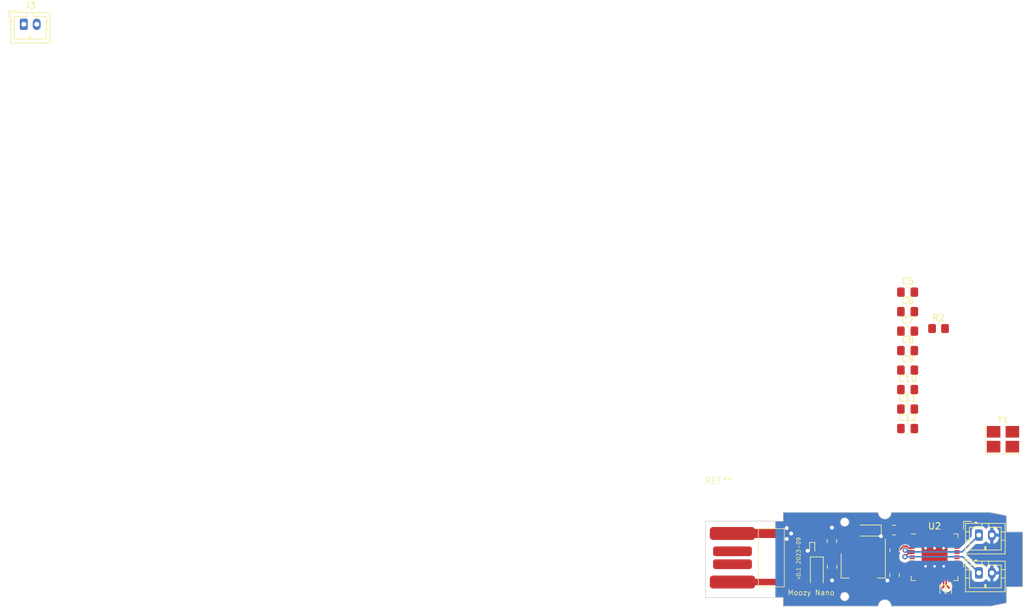
<source format=kicad_pcb>
(kicad_pcb (version 20221018) (generator pcbnew)
  (layers (0 "F.Cu" signal) (31 "B.Cu" signal) (34 "B.Paste" user) (35 "F.Paste" user) (36 "B.SilkS" user "B.Silkscreen") (37 "F.SilkS" user "F.Silkscreen") (38 "B.Mask" user) (39 "F.Mask" user) (44 "Edge.Cuts" user))
  (net 0 "")
  (net 1 "GND")
  (net 2 "Net-(J1-Pin_1)")
  (net 3 "Net-(D2-A1)")
  (net 5 "+3.3V")
  (net 6 "Net-(U2-XTAL_N)")
  (net 7 "Net-(U2-CHIP_PU{slash}RESET)")
  (net 8 "Net-(J2-Pin_1)")
  (net 24 "Net-(J3-Pin_1)")
  (net 25 "/Vusb")
  (net 45 "VBUS")
  (net 46 "Net-(C12-Pad2)")
  (net 47 "Net-(U2-XTAL_P)")
  (net 54 "Net-(D3-A1)")
  (footprint "Capacitor_SMD:C_0805_2012Metric_Pad1.18x1.45mm_HandSolder" (layer "F.Cu") (at 138.989 61.66)
    (fp_text reference "C11" (at 0 -1.68) (layer "F.SilkS"))
    (fp_text value "9pF")
    (fp_line (start -0.261252 -0.735) (end 0.261252 -0.735) (stroke (width 0.12)) (layer "F.SilkS"))
    (fp_line (start -0.261252 0.735) (end 0.261252 0.735) (stroke (width 0.12)) (layer "F.SilkS"))
    (pad "1" smd roundrect (at -1.0375 0) (size 1.175 1.45) (layers "F.Cu" "F.Paste" "F.Mask") (roundrect_rratio 0.212766) (net 1 "GND"))
    (pad "2" smd roundrect (at 1.0375 0) (size 1.175 1.45) (layers "F.Cu" "F.Paste" "F.Mask") (roundrect_rratio 0.212766) (net 6 "Net-(U2-XTAL_N)"))
  )
  (footprint "Capacitor_SMD:C_0805_2012Metric_Pad1.18x1.45mm_HandSolder" (layer "F.Cu") (at 136.97885 87.3112 90)
    (fp_text reference "C4" hide)
    (fp_text value "1uF")
    (fp_line (start -0.261252 -0.735) (end 0.261252 -0.735) (stroke (width 0.12)) (layer "F.SilkS"))
    (fp_line (start -0.261252 0.735) (end 0.261252 0.735) (stroke (width 0.12)) (layer "F.SilkS"))
    (pad "1" smd roundrect (at -1.0375 0 90) (size 1.175 1.45) (layers "F.Cu" "F.Paste" "F.Mask") (roundrect_rratio 0.2127659574) (net 1 "GND"))
    (pad "2" smd roundrect (at 1.0375 0 90) (size 1.175 1.45) (layers "F.Cu" "F.Paste" "F.Mask") (roundrect_rratio 0.2127659574) (net 7 "Net-(U2-CHIP_PU{slash}RESET)"))
  )
  (footprint "Capacitor_SMD:C_0805_2012Metric_Pad1.18x1.45mm_HandSolder" (layer "F.Cu") (at 127.32685 86.0158 -90)
    (fp_text reference "C1" hide)
    (fp_text value "10uF" hide)
    (fp_line (start -0.261252 -0.735) (end 0.261252 -0.735) (stroke (width 0.12)) (layer "F.SilkS"))
    (fp_line (start -0.261252 0.735) (end 0.261252 0.735) (stroke (width 0.12)) (layer "F.SilkS"))
    (pad "1" smd roundrect (at -1.0375 0 270) (size 1.175 1.45) (layers "F.Cu" "F.Paste" "F.Mask") (roundrect_rratio 0.2127659574) (net 45 "VBUS"))
    (pad "2" smd roundrect (at 1.0375 0 270) (size 1.175 1.45) (layers "F.Cu" "F.Paste" "F.Mask") (roundrect_rratio 0.2127659574) (net 1 "GND"))
  )
  (footprint "Capacitor_SMD:C_0805_2012Metric_Pad1.18x1.45mm_HandSolder" (layer "F.Cu") (at 136.90265 80.3516)
    (fp_text reference "C3" hide)
    (fp_text value "10uF" hide)
    (fp_line (start -0.261252 -0.735) (end 0.261252 -0.735) (stroke (width 0.12)) (layer "F.SilkS"))
    (fp_line (start -0.261252 0.735) (end 0.261252 0.735) (stroke (width 0.12)) (layer "F.SilkS"))
    (pad "1" smd roundrect (at -1.0375 0) (size 1.175 1.45) (layers "F.Cu" "F.Paste" "F.Mask") (roundrect_rratio 0.2127659574) (net 1 "GND"))
    (pad "2" smd roundrect (at 1.0375 0) (size 1.175 1.45) (layers "F.Cu" "F.Paste" "F.Mask") (roundrect_rratio 0.2127659574) (net 5 "+3.3V"))
  )
  (footprint "Package_DFN_QFN:QFN-56-1EP_7x7mm_P0.4mm_EP4x4mm" (layer "F.Cu") (at 143.15705 84.5426)
    (fp_text reference "U2" (at 0 -4.8) (layer "F.SilkS"))
    (fp_text value "ESP32-S3")
    (fp_line (start -3.61 3.61) (end -3.61 2.96) (stroke (width 0.12)) (layer "F.SilkS"))
    (fp_line (start -2.96 -3.61) (end -3.61 -3.61) (stroke (width 0.12)) (layer "F.SilkS"))
    (fp_line (start -2.96 3.61) (end -3.61 3.61) (stroke (width 0.12)) (layer "F.SilkS"))
    (fp_line (start 2.96 -3.61) (end 3.61 -3.61) (stroke (width 0.12)) (layer "F.SilkS"))
    (fp_line (start 2.96 3.61) (end 3.61 3.61) (stroke (width 0.12)) (layer "F.SilkS"))
    (fp_line (start 3.61 -3.61) (end 3.61 -2.96) (stroke (width 0.12)) (layer "F.SilkS"))
    (fp_line (start 3.61 3.61) (end 3.61 2.96) (stroke (width 0.12)) (layer "F.SilkS"))
    (pad "1" smd roundrect (at -3.45 -2.6) (size 0.8 0.2) (layers "F.Cu" "F.Paste" "F.Mask"))
    (pad "2" smd roundrect (at -3.45 -2.2) (size 0.8 0.2) (layers "F.Cu" "F.Paste" "F.Mask") (net 5 "+3.3V"))
    (pad "3" smd roundrect (at -3.45 -1.8) (size 0.8 0.2) (layers "F.Cu" "F.Paste" "F.Mask") (net 5 "+3.3V"))
    (pad "4" smd roundrect (at -3.45 -1.4) (size 0.8 0.2) (layers "F.Cu" "F.Paste" "F.Mask") (net 7 "Net-(U2-CHIP_PU{slash}RESET)"))
    (pad "5" smd roundrect (at -3.45 -1) (size 0.8 0.2) (layers "F.Cu" "F.Paste" "F.Mask") (net 2 "Net-(J1-Pin_1)"))
    (pad "6" smd roundrect (at -3.45 -0.6) (size 0.8 0.2) (layers "F.Cu" "F.Paste" "F.Mask") (net 8 "Net-(J2-Pin_1)"))
    (pad "7" smd roundrect (at -3.45 -0.2) (size 0.8 0.2) (layers "F.Cu" "F.Paste" "F.Mask") (net 24 "Net-(J3-Pin_1)"))
    (pad "8" smd roundrect (at -3.45 0.2) (size 0.8 0.2) (layers "F.Cu" "F.Paste" "F.Mask"))
    (pad "9" smd roundrect (at -3.45 0.6) (size 0.8 0.2) (layers "F.Cu" "F.Paste" "F.Mask"))
    (pad "10" smd roundrect (at -3.45 1) (size 0.8 0.2) (layers "F.Cu" "F.Paste" "F.Mask"))
    (pad "11" smd roundrect (at -3.45 1.4) (size 0.8 0.2) (layers "F.Cu" "F.Paste" "F.Mask"))
    (pad "12" smd roundrect (at -3.45 1.8) (size 0.8 0.2) (layers "F.Cu" "F.Paste" "F.Mask"))
    (pad "13" smd roundrect (at -3.45 2.2) (size 0.8 0.2) (layers "F.Cu" "F.Paste" "F.Mask"))
    (pad "14" smd roundrect (at -3.45 2.6) (size 0.8 0.2) (layers "F.Cu" "F.Paste" "F.Mask"))
    (pad "15" smd roundrect (at -2.6 3.45) (size 0.2 0.8) (layers "F.Cu" "F.Paste" "F.Mask"))
    (pad "16" smd roundrect (at -2.2 3.45) (size 0.2 0.8) (layers "F.Cu" "F.Paste" "F.Mask"))
    (pad "17" smd roundrect (at -1.8 3.45) (size 0.2 0.8) (layers "F.Cu" "F.Paste" "F.Mask"))
    (pad "18" smd roundrect (at -1.4 3.45) (size 0.2 0.8) (layers "F.Cu" "F.Paste" "F.Mask"))
    (pad "19" smd roundrect (at -1 3.45) (size 0.2 0.8) (layers "F.Cu" "F.Paste" "F.Mask"))
    (pad "20" smd roundrect (at -0.6 3.45) (size 0.2 0.8) (layers "F.Cu" "F.Paste" "F.Mask") (net 5 "+3.3V"))
    (pad "21" smd roundrect (at -0.2 3.45) (size 0.2 0.8) (layers "F.Cu" "F.Paste" "F.Mask"))
    (pad "22" smd roundrect (at 0.2 3.45) (size 0.2 0.8) (layers "F.Cu" "F.Paste" "F.Mask"))
    (pad "23" smd roundrect (at 0.6 3.45) (size 0.2 0.8) (layers "F.Cu" "F.Paste" "F.Mask"))
    (pad "24" smd roundrect (at 1 3.45) (size 0.2 0.8) (layers "F.Cu" "F.Paste" "F.Mask"))
    (pad "25" smd roundrect (at 1.4 3.45) (size 0.2 0.8) (layers "F.Cu" "F.Paste" "F.Mask") (net 3 "Net-(D2-A1)"))
    (pad "26" smd roundrect (at 1.8 3.45) (size 0.2 0.8) (layers "F.Cu" "F.Paste" "F.Mask") (net 54 "Net-(D3-A1)"))
    (pad "27" smd roundrect (at 2.2 3.45) (size 0.2 0.8) (layers "F.Cu" "F.Paste" "F.Mask"))
    (pad "28" smd roundrect (at 2.6 3.45) (size 0.2 0.8) (layers "F.Cu" "F.Paste" "F.Mask"))
    (pad "29" smd roundrect (at 3.45 2.6) (size 0.8 0.2) (layers "F.Cu" "F.Paste" "F.Mask"))
    (pad "30" smd roundrect (at 3.45 2.2) (size 0.8 0.2) (layers "F.Cu" "F.Paste" "F.Mask"))
    (pad "31" smd roundrect (at 3.45 1.8) (size 0.8 0.2) (layers "F.Cu" "F.Paste" "F.Mask"))
    (pad "32" smd roundrect (at 3.45 1.4) (size 0.8 0.2) (layers "F.Cu" "F.Paste" "F.Mask"))
    (pad "33" smd roundrect (at 3.45 1) (size 0.8 0.2) (layers "F.Cu" "F.Paste" "F.Mask"))
    (pad "34" smd roundrect (at 3.45 0.6) (size 0.8 0.2) (layers "F.Cu" "F.Paste" "F.Mask"))
    (pad "35" smd roundrect (at 3.45 0.2) (size 0.8 0.2) (layers "F.Cu" "F.Paste" "F.Mask"))
    (pad "36" smd roundrect (at 3.45 -0.2) (size 0.8 0.2) (layers "F.Cu" "F.Paste" "F.Mask"))
    (pad "37" smd roundrect (at 3.45 -0.6) (size 0.8 0.2) (layers "F.Cu" "F.Paste" "F.Mask"))
    (pad "38" smd roundrect (at 3.45 -1) (size 0.8 0.2) (layers "F.Cu" "F.Paste" "F.Mask"))
    (pad "39" smd roundrect (at 3.45 -1.4) (size 0.8 0.2) (layers "F.Cu" "F.Paste" "F.Mask"))
    (pad "40" smd roundrect (at 3.45 -1.8) (size 0.8 0.2) (layers "F.Cu" "F.Paste" "F.Mask"))
    (pad "41" smd roundrect (at 3.45 -2.2) (size 0.8 0.2) (layers "F.Cu" "F.Paste" "F.Mask"))
    (pad "42" smd roundrect (at 3.45 -2.6) (size 0.8 0.2) (layers "F.Cu" "F.Paste" "F.Mask"))
    (pad "43" smd roundrect (at 2.6 -3.45) (size 0.2 0.8) (layers "F.Cu" "F.Paste" "F.Mask"))
    (pad "44" smd roundrect (at 2.2 -3.45) (size 0.2 0.8) (layers "F.Cu" "F.Paste" "F.Mask"))
    (pad "45" smd roundrect (at 1.8 -3.45) (size 0.2 0.8) (layers "F.Cu" "F.Paste" "F.Mask"))
    (pad "46" smd roundrect (at 1.4 -3.45) (size 0.2 0.8) (layers "F.Cu" "F.Paste" "F.Mask") (net 5 "+3.3V"))
    (pad "47" smd roundrect (at 1 -3.45) (size 0.2 0.8) (layers "F.Cu" "F.Paste" "F.Mask"))
    (pad "48" smd roundrect (at 0.6 -3.45) (size 0.2 0.8) (layers "F.Cu" "F.Paste" "F.Mask"))
    (pad "49" smd roundrect (at 0.2 -3.45) (size 0.2 0.8) (layers "F.Cu" "F.Paste" "F.Mask"))
    (pad "50" smd roundrect (at -0.2 -3.45) (size 0.2 0.8) (layers "F.Cu" "F.Paste" "F.Mask"))
    (pad "51" smd roundrect (at -0.6 -3.45) (size 0.2 0.8) (layers "F.Cu" "F.Paste" "F.Mask"))
    (pad "52" smd roundrect (at -1 -3.45) (size 0.2 0.8) (layers "F.Cu" "F.Paste" "F.Mask"))
    (pad "53" smd roundrect (at -1.4 -3.45) (size 0.2 0.8) (layers "F.Cu" "F.Paste" "F.Mask") (net 6 "Net-(U2-XTAL_N)"))
    (pad "54" smd roundrect (at -1.8 -3.45) (size 0.2 0.8) (layers "F.Cu" "F.Paste" "F.Mask") (net 47 "Net-(U2-XTAL_P)"))
    (pad "55" smd roundrect (at -2.2 -3.45) (size 0.2 0.8) (layers "F.Cu" "F.Paste" "F.Mask") (net 5 "+3.3V"))
    (pad "56" smd roundrect (at -2.6 -3.45) (size 0.2 0.8) (layers "F.Cu" "F.Paste" "F.Mask") (net 5 "+3.3V"))
    (pad "57" smd rect (at 0 0) (size 4 4) (layers "F.Cu" "F.Mask") (net 1 "GND"))
  )
  (footprint "Capacitor_SMD:C_0805_2012Metric_Pad1.18x1.45mm_HandSolder" (layer "F.Cu") (at 138.989 64.67)
    (fp_text reference "C12" (at 0 -1.68) (layer "F.SilkS"))
    (fp_text value "9pF")
    (fp_line (start -0.261252 -0.735) (end 0.261252 -0.735) (stroke (width 0.12)) (layer "F.SilkS"))
    (fp_line (start -0.261252 0.735) (end 0.261252 0.735) (stroke (width 0.12)) (layer "F.SilkS"))
    (pad "1" smd roundrect (at -1.0375 0) (size 1.175 1.45) (layers "F.Cu" "F.Paste" "F.Mask") (roundrect_rratio 0.212766) (net 1 "GND"))
    (pad "2" smd roundrect (at 1.0375 0) (size 1.175 1.45) (layers "F.Cu" "F.Paste" "F.Mask") (roundrect_rratio 0.212766) (net 46 "Net-(C12-Pad2)"))
  )
  (footprint "Capacitor_SMD:C_0805_2012Metric_Pad1.18x1.45mm_HandSolder" (layer "F.Cu") (at 138.989 43.6)
    (fp_text reference "C5" (at 0 -1.68) (layer "F.SilkS"))
    (fp_text value "0.1uF")
    (fp_line (start -0.261252 -0.735) (end 0.261252 -0.735) (stroke (width 0.12)) (layer "F.SilkS"))
    (fp_line (start -0.261252 0.735) (end 0.261252 0.735) (stroke (width 0.12)) (layer "F.SilkS"))
    (pad "1" smd roundrect (at -1.0375 0) (size 1.175 1.45) (layers "F.Cu" "F.Paste" "F.Mask") (roundrect_rratio 0.212766) (net 1 "GND"))
    (pad "2" smd roundrect (at 1.0375 0) (size 1.175 1.45) (layers "F.Cu" "F.Paste" "F.Mask") (roundrect_rratio 0.212766) (net 5 "+3.3V"))
  )
  (footprint "Resistor_SMD:R_0805_2012Metric_Pad1.20x1.40mm_HandSolder" (layer "F.Cu") (at 137.00425 83.4758 -90)
    (fp_text reference "R1" hide)
    (fp_text value "10k")
    (fp_line (start -0.227064 -0.735) (end 0.227064 -0.735) (stroke (width 0.12)) (layer "F.SilkS"))
    (fp_line (start -0.227064 0.735) (end 0.227064 0.735) (stroke (width 0.12)) (layer "F.SilkS"))
    (pad "1" smd roundrect (at -1 0 270) (size 1.2 1.4) (layers "F.Cu" "F.Paste" "F.Mask") (roundrect_rratio 0.2083333333) (net 5 "+3.3V"))
    (pad "2" smd roundrect (at 1 0 270) (size 1.2 1.4) (layers "F.Cu" "F.Paste" "F.Mask") (roundrect_rratio 0.2083333333) (net 7 "Net-(U2-CHIP_PU{slash}RESET)"))
  )
  (footprint "Connector_JST:JST_PH_B2B-PH-K_1x02_P2.00mm_Vertical" (layer "F.Cu") (at 149.99965 86.9644)
    (fp_text reference "J2" hide)
    (fp_text value "Conn_01x02")
    (fp_line (start -2.36 -2.11) (end -2.36 -0.86) (stroke (width 0.12)) (layer "F.SilkS"))
    (fp_line (start -2.06 -1.81) (end -2.06 2.91) (stroke (width 0.12)) (layer "F.SilkS"))
    (fp_line (start -2.06 -0.5) (end -1.45 -0.5) (stroke (width 0.12)) (layer "F.SilkS"))
    (fp_line (start -2.06 0.8) (end -1.45 0.8) (stroke (width 0.12)) (layer "F.SilkS"))
    (fp_line (start -2.06 2.91) (end 4.06 2.91) (stroke (width 0.12)) (layer "F.SilkS"))
    (fp_line (start -1.45 -1.2) (end -1.45 2.3) (stroke (width 0.12)) (layer "F.SilkS"))
    (fp_line (start -1.45 2.3) (end 3.45 2.3) (stroke (width 0.12)) (layer "F.SilkS"))
    (fp_line (start -1.11 -2.11) (end -2.36 -2.11) (stroke (width 0.12)) (layer "F.SilkS"))
    (fp_line (start -0.6 -2.01) (end -0.6 -1.81) (stroke (width 0.12)) (layer "F.SilkS"))
    (fp_line (start -0.3 -2.01) (end -0.6 -2.01) (stroke (width 0.12)) (layer "F.SilkS"))
    (fp_line (start -0.3 -1.91) (end -0.6 -1.91) (stroke (width 0.12)) (layer "F.SilkS"))
    (fp_line (start -0.3 -1.81) (end -0.3 -2.01) (stroke (width 0.12)) (layer "F.SilkS"))
    (fp_line (start 0.5 -1.81) (end 0.5 -1.2) (stroke (width 0.12)) (layer "F.SilkS"))
    (fp_line (start 0.5 -1.2) (end -1.45 -1.2) (stroke (width 0.12)) (layer "F.SilkS"))
    (fp_line (start 0.9 1.8) (end 1.1 1.8) (stroke (width 0.12)) (layer "F.SilkS"))
    (fp_line (start 0.9 2.3) (end 0.9 1.8) (stroke (width 0.12)) (layer "F.SilkS"))
    (fp_line (start 1 2.3) (end 1 1.8) (stroke (width 0.12)) (layer "F.SilkS"))
    (fp_line (start 1.1 1.8) (end 1.1 2.3) (stroke (width 0.12)) (layer "F.SilkS"))
    (fp_line (start 1.5 -1.2) (end 1.5 -1.81) (stroke (width 0.12)) (layer "F.SilkS"))
    (fp_line (start 3.45 -1.2) (end 1.5 -1.2) (stroke (width 0.12)) (layer "F.SilkS"))
    (fp_line (start 3.45 2.3) (end 3.45 -1.2) (stroke (width 0.12)) (layer "F.SilkS"))
    (fp_line (start 4.06 -1.81) (end -2.06 -1.81) (stroke (width 0.12)) (layer "F.SilkS"))
    (fp_line (start 4.06 -0.5) (end 3.45 -0.5) (stroke (width 0.12)) (layer "F.SilkS"))
    (fp_line (start 4.06 0.8) (end 3.45 0.8) (stroke (width 0.12)) (layer "F.SilkS"))
    (fp_line (start 4.06 2.91) (end 4.06 -1.81) (stroke (width 0.12)) (layer "F.SilkS"))
    (pad "1" thru_hole roundrect (at 0 0) (size 1.2 1.75) (drill 0.75) (layers "*.Cu" "*.Mask") (roundrect_rratio 0.2083333333) (net 8 "Net-(J2-Pin_1)"))
    (pad "2" thru_hole oval (at 2 0) (size 1.2 1.75) (drill 0.75) (layers "*.Cu" "*.Mask") (net 1 "GND"))
  )
  (footprint "Connector_JST:JST_PH_B2B-PH-K_1x02_P2.00mm_Vertical" (layer "F.Cu") (at 2.475 2.225)
    (fp_text reference "J3" (at 1 -2.9) (layer "F.SilkS"))
    (fp_text value "Conn_01x02")
    (fp_line (start -2.36 -2.11) (end -2.36 -0.86) (stroke (width 0.12)) (layer "F.SilkS"))
    (fp_line (start -2.06 -1.81) (end -2.06 2.91) (stroke (width 0.12)) (layer "F.SilkS"))
    (fp_line (start -2.06 -0.5) (end -1.45 -0.5) (stroke (width 0.12)) (layer "F.SilkS"))
    (fp_line (start -2.06 0.8) (end -1.45 0.8) (stroke (width 0.12)) (layer "F.SilkS"))
    (fp_line (start -2.06 2.91) (end 4.06 2.91) (stroke (width 0.12)) (layer "F.SilkS"))
    (fp_line (start -1.45 -1.2) (end -1.45 2.3) (stroke (width 0.12)) (layer "F.SilkS"))
    (fp_line (start -1.45 2.3) (end 3.45 2.3) (stroke (width 0.12)) (layer "F.SilkS"))
    (fp_line (start -1.11 -2.11) (end -2.36 -2.11) (stroke (width 0.12)) (layer "F.SilkS"))
    (fp_line (start -0.6 -2.01) (end -0.6 -1.81) (stroke (width 0.12)) (layer "F.SilkS"))
    (fp_line (start -0.3 -2.01) (end -0.6 -2.01) (stroke (width 0.12)) (layer "F.SilkS"))
    (fp_line (start -0.3 -1.91) (end -0.6 -1.91) (stroke (width 0.12)) (layer "F.SilkS"))
    (fp_line (start -0.3 -1.81) (end -0.3 -2.01) (stroke (width 0.12)) (layer "F.SilkS"))
    (fp_line (start 0.5 -1.81) (end 0.5 -1.2) (stroke (width 0.12)) (layer "F.SilkS"))
    (fp_line (start 0.5 -1.2) (end -1.45 -1.2) (stroke (width 0.12)) (layer "F.SilkS"))
    (fp_line (start 0.9 1.8) (end 1.1 1.8) (stroke (width 0.12)) (layer "F.SilkS"))
    (fp_line (start 0.9 2.3) (end 0.9 1.8) (stroke (width 0.12)) (layer "F.SilkS"))
    (fp_line (start 1 2.3) (end 1 1.8) (stroke (width 0.12)) (layer "F.SilkS"))
    (fp_line (start 1.1 1.8) (end 1.1 2.3) (stroke (width 0.12)) (layer "F.SilkS"))
    (fp_line (start 1.5 -1.2) (end 1.5 -1.81) (stroke (width 0.12)) (layer "F.SilkS"))
    (fp_line (start 3.45 -1.2) (end 1.5 -1.2) (stroke (width 0.12)) (layer "F.SilkS"))
    (fp_line (start 3.45 2.3) (end 3.45 -1.2) (stroke (width 0.12)) (layer "F.SilkS"))
    (fp_line (start 4.06 -1.81) (end -2.06 -1.81) (stroke (width 0.12)) (layer "F.SilkS"))
    (fp_line (start 4.06 -0.5) (end 3.45 -0.5) (stroke (width 0.12)) (layer "F.SilkS"))
    (fp_line (start 4.06 0.8) (end 3.45 0.8) (stroke (width 0.12)) (layer "F.SilkS"))
    (fp_line (start 4.06 2.91) (end 4.06 -1.81) (stroke (width 0.12)) (layer "F.SilkS"))
    (pad "1" thru_hole roundrect (at 0 0) (size 1.2 1.75) (drill 0.75) (layers "*.Cu" "*.Mask") (roundrect_rratio 0.208333) (net 24 "Net-(J3-Pin_1)"))
    (pad "2" thru_hole oval (at 2 0) (size 1.2 1.75) (drill 0.75) (layers "*.Cu" "*.Mask") (net 1 "GND"))
  )
  (footprint "Librairie_Moozy:Boîtier_USB_Dongle" (layer "F.Cu") (at 119.769 84.87)
    (fp_text reference "REF**" (at -10 -12.15 unlocked) (layer "F.SilkS") (effects (font (thickness 0.1))))
    (fp_text value "Boîtier_USB_Dongle")
    (fp_line (start -12 -5.9) (end -12 5.9) (stroke (width 0.1)) (layer "Edge.Cuts"))
    (fp_line (start -12 -5.9) (end 0 -5.9) (stroke (width 0.1)) (layer "Edge.Cuts"))
    (fp_line (start -12 5.9) (end 0 5.9) (stroke (width 0.1)) (layer "Edge.Cuts"))
    (fp_line (start 0 -7.25) (end 14.7 -7.25) (stroke (width 0.1)) (layer "Edge.Cuts"))
    (fp_line (start 0 -5.9) (end 0 -7.25) (stroke (width 0.1)) (layer "Edge.Cuts"))
    (fp_line (start 0 5.9) (end 0 7.25) (stroke (width 0.1)) (layer "Edge.Cuts"))
    (fp_line (start 0 7.25) (end 14.7 7.25) (stroke (width 0.1)) (layer "Edge.Cuts"))
    (fp_line (start 16.7 -7.25) (end 32 -7.25) (stroke (width 0.1)) (layer "Edge.Cuts"))
    (fp_line (start 16.7 7.25) (end 32 7.25) (stroke (width 0.1)) (layer "Edge.Cuts"))
    (fp_line (start 32 -7.25) (end 34.5 -6.75) (stroke (width 0.1)) (layer "Edge.Cuts"))
    (fp_line (start 32 7.25) (end 34.5 6.75) (stroke (width 0.1)) (layer "Edge.Cuts"))
    (fp_line (start 34.5 -6.75) (end 34.5 -4.25) (stroke (width 0.1)) (layer "Edge.Cuts"))
    (fp_line (start 34.5 -4.25) (end 37 -4.25) (stroke (width 0.1)) (layer "Edge.Cuts"))
    (fp_line (start 34.5 4.25) (end 34.5 6.75) (stroke (width 0.1)) (layer "Edge.Cuts"))
    (fp_line (start 34.5 4.25) (end 37 4.25) (stroke (width 0.1)) (layer "Edge.Cuts"))
    (fp_line (start 37 -4.25) (end 37 4.25) (stroke (width 0.1)) (layer "Edge.Cuts"))
    (fp_arc (start 14.7 7.25) (mid 15.7 6.25) (end 16.7 7.25) (stroke (width 0.1)) (layer "Edge.Cuts"))
    (fp_arc (start 16.7 -7.25) (mid 15.7 -6.25) (end 14.7 -7.25) (stroke (width 0.1)) (layer "Edge.Cuts"))
    (fp_circle (center 9.5 -5.75) (end 10.15 -5.75) (stroke (width 0.1)) (fill none) (layer "Edge.Cuts"))
    (fp_circle (center 9.5 5.75) (end 10.15 5.75) (stroke (width 0.1)) (fill none) (layer "Edge.Cuts"))
  )
  (footprint "Capacitor_SMD:C_0805_2012Metric_Pad1.18x1.45mm_HandSolder" (layer "F.Cu") (at 127.30145 82.0534 90)
    (fp_text reference "C2" hide)
    (fp_text value "0.1uF" hide)
    (fp_line (start -0.261252 -0.735) (end 0.261252 -0.735) (stroke (width 0.12)) (layer "F.SilkS"))
    (fp_line (start -0.261252 0.735) (end 0.261252 0.735) (stroke (width 0.12)) (layer "F.SilkS"))
    (pad "1" smd roundrect (at -1.0375 0 90) (size 1.175 1.45) (layers "F.Cu" "F.Paste" "F.Mask") (roundrect_rratio 0.2127659574) (net 45 "VBUS"))
    (pad "2" smd roundrect (at 1.0375 0 90) (size 1.175 1.45) (layers "F.Cu" "F.Paste" "F.Mask") (roundrect_rratio 0.2127659574) (net 1 "GND"))
  )
  (footprint "Diode_SMD:D_SOD-123" (layer "F.Cu") (at 124.96465 86.854 -90)
    (fp_text reference "D5" hide)
    (fp_text value "1N5819HW-7-F" hide)
    (fp_line (start -2.36 -1) (end -2.36 1) (stroke (width 0.12)) (layer "F.SilkS"))
    (fp_line (start -2.36 -1) (end 1.65 -1) (stroke (width 0.12)) (layer "F.SilkS"))
    (fp_line (start -2.36 1) (end 1.65 1) (stroke (width 0.12)) (layer "F.SilkS"))
    (pad "1" smd roundrect (at -1.65 0 270) (size 0.9 1.2) (layers "F.Cu" "F.Paste" "F.Mask") (net 45 "VBUS"))
    (pad "2" smd roundrect (at 1.65 0 270) (size 0.9 1.2) (layers "F.Cu" "F.Paste" "F.Mask") (net 25 "/Vusb"))
  )
  (footprint "Capacitor_SMD:C_0805_2012Metric_Pad1.18x1.45mm_HandSolder" (layer "F.Cu") (at 138.989 55.64)
    (fp_text reference "C9" (at 0 -1.68) (layer "F.SilkS"))
    (fp_text value "1uF")
    (fp_line (start -0.261252 -0.735) (end 0.261252 -0.735) (stroke (width 0.12)) (layer "F.SilkS"))
    (fp_line (start -0.261252 0.735) (end 0.261252 0.735) (stroke (width 0.12)) (layer "F.SilkS"))
    (pad "1" smd roundrect (at -1.0375 0) (size 1.175 1.45) (layers "F.Cu" "F.Paste" "F.Mask") (roundrect_rratio 0.212766) (net 1 "GND"))
    (pad "2" smd roundrect (at 1.0375 0) (size 1.175 1.45) (layers "F.Cu" "F.Paste" "F.Mask") (roundrect_rratio 0.212766) (net 5 "+3.3V"))
  )
  (footprint "Capacitor_SMD:C_0805_2012Metric_Pad1.18x1.45mm_HandSolder" (layer "F.Cu") (at 138.989 52.63)
    (fp_text reference "C8" (at 0 -1.68) (layer "F.SilkS"))
    (fp_text value "0.1uF")
    (fp_line (start -0.261252 -0.735) (end 0.261252 -0.735) (stroke (width 0.12)) (layer "F.SilkS"))
    (fp_line (start -0.261252 0.735) (end 0.261252 0.735) (stroke (width 0.12)) (layer "F.SilkS"))
    (pad "1" smd roundrect (at -1.0375 0) (size 1.175 1.45) (layers "F.Cu" "F.Paste" "F.Mask") (roundrect_rratio 0.212766) (net 1 "GND"))
    (pad "2" smd roundrect (at 1.0375 0) (size 1.175 1.45) (layers "F.Cu" "F.Paste" "F.Mask") (roundrect_rratio 0.212766) (net 5 "+3.3V"))
  )
  (footprint "Diode_SMD:D_SOD-923" (layer "F.Cu") (at 144.369 89.67 -90)
    (fp_text reference "D2" hide)
    (fp_text value "LESD5D5.0CT1G" hide)
    (fp_line (start -0.86 -0.4) (end -0.86 0.4) (stroke (width 0.12)) (layer "F.SilkS"))
    (fp_line (start 0.5 -0.4) (end -0.86 -0.4) (stroke (width 0.12)) (layer "F.SilkS"))
    (fp_line (start 0.5 0.4) (end -0.86 0.4) (stroke (width 0.12)) (layer "F.SilkS"))
    (pad "1" smd roundrect (at -0.42 0 90) (size 0.36 0.25) (layers "F.Cu" "F.Paste" "F.Mask") (net 3 "Net-(D2-A1)"))
    (pad "2" smd roundrect (at 0.42 0 90) (size 0.36 0.25) (layers "F.Cu" "F.Paste" "F.Mask") (net 1 "GND"))
  )
  (footprint "Resistor_SMD:R_0805_2012Metric_Pad1.20x1.40mm_HandSolder" (layer "F.Cu") (at 143.769 49.22)
    (fp_text reference "R2" (at 0 -1.65) (layer "F.SilkS"))
    (fp_text value "TBD")
    (fp_line (start -0.227064 -0.735) (end 0.227064 -0.735) (stroke (width 0.12)) (layer "F.SilkS"))
    (fp_line (start -0.227064 0.735) (end 0.227064 0.735) (stroke (width 0.12)) (layer "F.SilkS"))
    (pad "1" smd roundrect (at -1 0) (size 1.2 1.4) (layers "F.Cu" "F.Paste" "F.Mask") (roundrect_rratio 0.208333) (net 46 "Net-(C12-Pad2)"))
    (pad "2" smd roundrect (at 1 0) (size 1.2 1.4) (layers "F.Cu" "F.Paste" "F.Mask") (roundrect_rratio 0.208333) (net 47 "Net-(U2-XTAL_P)"))
  )
  (footprint "1_Laurent_Librairie:PCB_USB_Connector" (layer "F.Cu") (at 111.93965 84.628)
    (fp_text reference "U3" hide)
    (fp_text value "~")
    (fp_rect (start 4 -4.5) (end 8 4.5) (stroke (width 0.1)) (fill none) (layer "F.SilkS"))
    (pad "1" smd roundrect (at 0 -3.75) (size 7 2) (layers "F.Cu" "F.Paste" "F.Mask") (net 1 "GND"))
    (pad "2" smd roundrect (at 0 -1) (size 6 1.5) (layers "F.Cu" "F.Paste" "F.Mask") (net 3 "Net-(D2-A1)"))
    (pad "3" smd roundrect (at 0 1) (size 6 1.5) (layers "F.Cu" "F.Paste" "F.Mask") (net 54 "Net-(D3-A1)"))
    (pad "4" smd roundrect (at 0 3.75) (size 7 2) (layers "F.Cu" "F.Paste" "F.Mask") (net 25 "/Vusb"))
  )
  (footprint "Diode_SMD:D_SOD-323_HandSoldering" (layer "F.Cu") (at 132.91485 80.4278 180)
    (fp_text reference "D1" hide)
    (fp_text value "TVS Diode, Bi-Direction, 3.3V" hide)
    (fp_line (start -2.01 -0.85) (end -2.01 0.85) (stroke (width 0.12)) (layer "F.SilkS"))
    (fp_line (start -2.01 -0.85) (end 1.25 -0.85) (stroke (width 0.12)) (layer "F.SilkS"))
    (fp_line (start -2.01 0.85) (end 1.25 0.85) (stroke (width 0.12)) (layer "F.SilkS"))
    (pad "1" smd roundrect (at -1.25 0 180) (size 1 1) (layers "F.Cu" "F.Paste" "F.Mask") (net 1 "GND"))
    (pad "2" smd roundrect (at 1.25 0 180) (size 1 1) (layers "F.Cu" "F.Paste" "F.Mask") (net 5 "+3.3V"))
  )
  (footprint "Package_TO_SOT_SMD:SOT-223-3_TabPin2" (layer "F.Cu") (at 132.13995 85.863 -90)
    (fp_text reference "U1" hide)
    (fp_text value "LD1117S33TR_SOT223" hide)
    (fp_line (start -4.1 -3.41) (end 1.91 -3.41) (stroke (width 0.12)) (layer "F.SilkS"))
    (fp_line (start -1.85 3.41) (end 1.91 3.41) (stroke (width 0.12)) (layer "F.SilkS"))
    (fp_line (start 1.91 -3.41) (end 1.91 -2.15) (stroke (width 0.12)) (layer "F.SilkS"))
    (fp_line (start 1.91 3.41) (end 1.91 2.15) (stroke (width 0.12)) (layer "F.SilkS"))
    (pad "1" smd rect (at -3.15 -2.3 270) (size 2 1.5) (layers "F.Cu" "F.Paste" "F.Mask") (net 1 "GND"))
    (pad "2" smd rect (at -3.15 0 270) (size 2 1.5) (layers "F.Cu" "F.Paste" "F.Mask") (net 5 "+3.3V"))
    (pad "2" smd rect (at 3.15 0 270) (size 2 3.8) (layers "F.Cu" "F.Paste" "F.Mask") (net 5 "+3.3V"))
    (pad "3" smd rect (at -3.15 2.3 270) (size 2 1.5) (layers "F.Cu" "F.Paste" "F.Mask") (net 45 "VBUS"))
  )
  (footprint "Connector_JST:JST_PH_B2B-PH-K_1x02_P2.00mm_Vertical" (layer "F.Cu") (at 149.99965 81.1224)
    (fp_text reference "J1" hide)
    (fp_text value "Conn_01x02")
    (fp_line (start -2.36 -2.11) (end -2.36 -0.86) (stroke (width 0.12)) (layer "F.SilkS"))
    (fp_line (start -2.06 -1.81) (end -2.06 2.91) (stroke (width 0.12)) (layer "F.SilkS"))
    (fp_line (start -2.06 -0.5) (end -1.45 -0.5) (stroke (width 0.12)) (layer "F.SilkS"))
    (fp_line (start -2.06 0.8) (end -1.45 0.8) (stroke (width 0.12)) (layer "F.SilkS"))
    (fp_line (start -2.06 2.91) (end 4.06 2.91) (stroke (width 0.12)) (layer "F.SilkS"))
    (fp_line (start -1.45 -1.2) (end -1.45 2.3) (stroke (width 0.12)) (layer "F.SilkS"))
    (fp_line (start -1.45 2.3) (end 3.45 2.3) (stroke (width 0.12)) (layer "F.SilkS"))
    (fp_line (start -1.11 -2.11) (end -2.36 -2.11) (stroke (width 0.12)) (layer "F.SilkS"))
    (fp_line (start -0.6 -2.01) (end -0.6 -1.81) (stroke (width 0.12)) (layer "F.SilkS"))
    (fp_line (start -0.3 -2.01) (end -0.6 -2.01) (stroke (width 0.12)) (layer "F.SilkS"))
    (fp_line (start -0.3 -1.91) (end -0.6 -1.91) (stroke (width 0.12)) (layer "F.SilkS"))
    (fp_line (start -0.3 -1.81) (end -0.3 -2.01) (stroke (width 0.12)) (layer "F.SilkS"))
    (fp_line (start 0.5 -1.81) (end 0.5 -1.2) (stroke (width 0.12)) (layer "F.SilkS"))
    (fp_line (start 0.5 -1.2) (end -1.45 -1.2) (stroke (width 0.12)) (layer "F.SilkS"))
    (fp_line (start 0.9 1.8) (end 1.1 1.8) (stroke (width 0.12)) (layer "F.SilkS"))
    (fp_line (start 0.9 2.3) (end 0.9 1.8) (stroke (width 0.12)) (layer "F.SilkS"))
    (fp_line (start 1 2.3) (end 1 1.8) (stroke (width 0.12)) (layer "F.SilkS"))
    (fp_line (start 1.1 1.8) (end 1.1 2.3) (stroke (width 0.12)) (layer "F.SilkS"))
    (fp_line (start 1.5 -1.2) (end 1.5 -1.81) (stroke (width 0.12)) (layer "F.SilkS"))
    (fp_line (start 3.45 -1.2) (end 1.5 -1.2) (stroke (width 0.12)) (layer "F.SilkS"))
    (fp_line (start 3.45 2.3) (end 3.45 -1.2) (stroke (width 0.12)) (layer "F.SilkS"))
    (fp_line (start 4.06 -1.81) (end -2.06 -1.81) (stroke (width 0.12)) (layer "F.SilkS"))
    (fp_line (start 4.06 -0.5) (end 3.45 -0.5) (stroke (width 0.12)) (layer "F.SilkS"))
    (fp_line (start 4.06 0.8) (end 3.45 0.8) (stroke (width 0.12)) (layer "F.SilkS"))
    (fp_line (start 4.06 2.91) (end 4.06 -1.81) (stroke (width 0.12)) (layer "F.SilkS"))
    (pad "1" thru_hole roundrect (at 0 0) (size 1.2 1.75) (drill 0.75) (layers "*.Cu" "*.Mask") (roundrect_rratio 0.2083333333) (net 2 "Net-(J1-Pin_1)"))
    (pad "2" thru_hole oval (at 2 0) (size 1.2 1.75) (drill 0.75) (layers "*.Cu" "*.Mask") (net 1 "GND"))
  )
  (footprint "Diode_SMD:D_SOD-923" (layer "F.Cu") (at 145.369 89.67 -90)
    (fp_text reference "D3" hide)
    (fp_text value "LESD5D5.0CT1G" hide)
    (fp_line (start -0.86 -0.4) (end -0.86 0.4) (stroke (width 0.12)) (layer "F.SilkS"))
    (fp_line (start 0.5 -0.4) (end -0.86 -0.4) (stroke (width 0.12)) (layer "F.SilkS"))
    (fp_line (start 0.5 0.4) (end -0.86 0.4) (stroke (width 0.12)) (layer "F.SilkS"))
    (pad "1" smd roundrect (at -0.42 0 90) (size 0.36 0.25) (layers "F.Cu" "F.Paste" "F.Mask") (net 54 "Net-(D3-A1)"))
    (pad "2" smd roundrect (at 0.42 0 90) (size 0.36 0.25) (layers "F.Cu" "F.Paste" "F.Mask") (net 1 "GND"))
  )
  (footprint "Crystal:Crystal_SMD_3225-4Pin_3.2x2.5mm_HandSoldering" (layer "F.Cu") (at 153.719 66.32)
    (fp_text reference "Y1" (at 0 -3.05) (layer "F.SilkS"))
    (fp_text value "40MHz")
    (fp_line (start -2.7 -2.25) (end -2.7 2.25) (stroke (width 0.12)) (layer "F.SilkS"))
    (fp_line (start -2.7 2.25) (end 2.7 2.25) (stroke (width 0.12)) (layer "F.SilkS"))
    (pad "1" smd rect (at -1.45 1.15) (size 2.1 1.8) (layers "F.Cu" "F.Paste" "F.Mask") (net 46 "Net-(C12-Pad2)"))
    (pad "2" smd rect (at 1.45 1.15) (size 2.1 1.8) (layers "F.Cu" "F.Paste" "F.Mask") (net 1 "GND"))
    (pad "3" smd rect (at 1.45 -1.15) (size 2.1 1.8) (layers "F.Cu" "F.Paste" "F.Mask") (net 6 "Net-(U2-XTAL_N)"))
    (pad "4" smd rect (at -1.45 -1.15) (size 2.1 1.8) (layers "F.Cu" "F.Paste" "F.Mask") (net 1 "GND"))
  )
  (footprint "Capacitor_SMD:C_0805_2012Metric_Pad1.18x1.45mm_HandSolder" (layer "F.Cu") (at 138.989 46.61)
    (fp_text reference "C6" (at 0 -1.68) (layer "F.SilkS"))
    (fp_text value "1uF")
    (fp_line (start -0.261252 -0.735) (end 0.261252 -0.735) (stroke (width 0.12)) (layer "F.SilkS"))
    (fp_line (start -0.261252 0.735) (end 0.261252 0.735) (stroke (width 0.12)) (layer "F.SilkS"))
    (pad "1" smd roundrect (at -1.0375 0) (size 1.175 1.45) (layers "F.Cu" "F.Paste" "F.Mask") (roundrect_rratio 0.212766) (net 1 "GND"))
    (pad "2" smd roundrect (at 1.0375 0) (size 1.175 1.45) (layers "F.Cu" "F.Paste" "F.Mask") (roundrect_rratio 0.212766) (net 5 "+3.3V"))
  )
  (footprint "Diode_SMD:D_SOD-923" (layer "F.Cu") (at 124.25345 83.1165 -90)
    (fp_text reference "D4" hide)
    (fp_text value "LESD5D5.0CT1G" hide)
    (fp_line (start -0.86 -0.4) (end -0.86 0.4) (stroke (width 0.12)) (layer "F.SilkS"))
    (fp_line (start 0.5 -0.4) (end -0.86 -0.4) (stroke (width 0.12)) (layer "F.SilkS"))
    (fp_line (start 0.5 0.4) (end -0.86 0.4) (stroke (width 0.12)) (layer "F.SilkS"))
    (pad "1" smd roundrect (at -0.42 0 90) (size 0.36 0.25) (layers "F.Cu" "F.Paste" "F.Mask") (net 45 "VBUS"))
    (pad "2" smd roundrect (at 0.42 0 90) (size 0.36 0.25) (layers "F.Cu" "F.Paste" "F.Mask") (net 1 "GND"))
  )
  (footprint "Capacitor_SMD:C_0805_2012Metric_Pad1.18x1.45mm_HandSolder" (layer "F.Cu") (at 138.989 49.62)
    (fp_text reference "C7" (at 0 -1.68) (layer "F.SilkS"))
    (fp_text value "0.1uF")
    (fp_line (start -0.261252 -0.735) (end 0.261252 -0.735) (stroke (width 0.12)) (layer "F.SilkS"))
    (fp_line (start -0.261252 0.735) (end 0.261252 0.735) (stroke (width 0.12)) (layer "F.SilkS"))
    (pad "1" smd roundrect (at -1.0375 0) (size 1.175 1.45) (layers "F.Cu" "F.Paste" "F.Mask") (roundrect_rratio 0.212766) (net 1 "GND"))
    (pad "2" smd roundrect (at 1.0375 0) (size 1.175 1.45) (layers "F.Cu" "F.Paste" "F.Mask") (roundrect_rratio 0.212766) (net 5 "+3.3V"))
  )
  (footprint "Capacitor_SMD:C_0805_2012Metric_Pad1.18x1.45mm_HandSolder" (layer "F.Cu") (at 138.989 58.65)
    (fp_text reference "C10" (at 0 -1.68) (layer "F.SilkS"))
    (fp_text value "10nF")
    (fp_line (start -0.261252 -0.735) (end 0.261252 -0.735) (stroke (width 0.12)) (layer "F.SilkS"))
    (fp_line (start -0.261252 0.735) (end 0.261252 0.735) (stroke (width 0.12)) (layer "F.SilkS"))
    (pad "1" smd roundrect (at -1.0375 0) (size 1.175 1.45) (layers "F.Cu" "F.Paste" "F.Mask") (roundrect_rratio 0.212766) (net 1 "GND"))
    (pad "2" smd roundrect (at 1.0375 0) (size 1.175 1.45) (layers "F.Cu" "F.Paste" "F.Mask") (roundrect_rratio 0.212766) (net 5 "+3.3V"))
  )
  (gr_text "v0.1 2023-09" (at 122.50085 88.0224 90) (layer "F.SilkS") (effects (font (size 0.6 0.6) (thickness 0.08)) (justify left bottom)))
  (gr_text "Moozy Nano" (at 120.39265 90.4862) (layer "F.SilkS") (effects (font (size 0.8 0.8) (thickness 0.1)) (justify left bottom)))
  (segment (start 115.43965 80.878) (end 119.47125 80.878) (width 1.4) (layer "F.Cu") (net 1))
  (segment (start 120.99525 80.878) (end 121.00225 80.885) (width 0.4) (layer "F.Cu") (net 1))
  (segment (start 134.16485 80.5856) (end 134.16485 81.447) (width 0.8) (layer "F.Cu") (net 1))
  (segment (start 134.43995 81.7221) (end 134.43995 82.713) (width 0.4) (layer "F.Cu") (net 1))
  (segment (start 134.87065 80.6056) (end 135.12465 80.3516) (width 0.8) (layer "F.Cu") (net 1))
  (segment (start 127.32685 87.0533) (end 127.32685 88.124) (width 0.4) (layer "F.Cu") (net 1))
  (segment (start 134.16485 80.5856) (end 134.16485 80.4278) (width 0.4) (layer "F.Cu") (net 1))
  (segment (start 134.87065 81.2914) (end 134.16485 80.5856) (width 0.8) (layer "F.Cu") (net 1))
  (segment (start 124.25345 83.5365) (end 123.55775 83.5365) (width 0.4) (layer "F.Cu") (net 1))
  (segment (start 143.15705 84.5426) (end 143.15705 84.7906) (width 0.4) (layer "F.Cu") (net 1))
  (segment (start 115.43965 80.878) (end 120.99525 80.878) (width 0.8) (layer "F.Cu") (net 1))
  (segment (start 134.16485 81.447) (end 134.43995 81.7221) (width 0.8) (layer "F.Cu") (net 1))
  (segment (start 135.12465 80.3516) (end 135.86515 80.3516) (width 0.8) (layer "F.Cu") (net 1))
  (segment (start 136.84585 88.1386) (end 136.84585 88.0956) (width 0.4) (layer "F.Cu") (net 1))
  (segment (start 119.47125 80.878) (end 120.31645 81.7232) (width 0.8) (layer "F.Cu") (net 1))
  (segment (start 127.30145 81.0159) (end 127.30145 79.9706) (width 0.4) (layer "F.Cu") (net 1))
  (segment (start 136.84585 88.1386) (end 135.66965 88.1386) (width 0.4) (layer "F.Cu") (net 1))
  (segment (start 123.55775 83.5365) (end 123.54225 83.552) (width 0.4) (layer "F.Cu") (net 1))
  (segment (start 119.48525 80.878) (end 120.31645 80.0468) (width 0.8) (layer "F.Cu") (net 1))
  (segment (start 143.27805 84.5426) (end 143.15705 84.5426) (width 0.4) (layer "F.Cu") (net 1))
  (segment (start 115.43965 80.878) (end 119.48525 80.878) (width 0.4) (layer "F.Cu") (net 1))
  (via (at 127.30145 79.9706) (size 1) (drill 0.6) (layers "F.Cu" "B.Cu") (net 1))
  (via (at 144.55345 83.1444) (size 0.6) (drill 0.4) (layers "F.Cu" "B.Cu") (net 1))
  (via (at 120.31645 81.7232) (size 1) (drill 0.6) (layers "F.Cu" "B.Cu") (net 1))
  (via (at 143.15345 85.9444) (size 0.6) (drill 0.4) (layers "F.Cu" "B.Cu") (net 1))
  (via (at 123.54225 83.552) (size 1) (drill 0.6) (layers "F.Cu" "B.Cu") (net 1))
  (via (at 141.75345 85.9444) (size 0.6) (drill 0.4) (layers "F.Cu" "B.Cu") (net 1))
  (via (at 121.00225 80.885) (size 1) (drill 0.6) (layers "F.Cu" "B.Cu") (net 1))
  (via (at 127.32685 88.124) (size 1) (drill 0.6) (layers "F.Cu" "B.Cu") (net 1))
  (via (at 141.75345 83.1444) (size 0.6) (drill 0.4) (layers "F.Cu" "B.Cu") (net 1))
  (via (at 144.56345 85.9444) (size 0.6) (drill 0.4) (layers "F.Cu" "B.Cu") (net 1))
  (via (at 135.86125 88.1386) (size 1) (drill 0.6) (layers "F.Cu" "B.Cu") (net 1))
  (via (at 143.15345 83.1444) (size 0.6) (drill 0.4) (layers "F.Cu" "B.Cu") (net 1))
  (via (at 134.87065 81.2914) (size 1) (drill 0.6) (layers "F.Cu" "B.Cu") (net 1))
  (via (at 120.31645 80.0468) (size 1) (drill 0.6) (layers "F.Cu" "B.Cu") (net 1))
  (segment (start 139.71955 83.5426) (end 138.6416 83.5426) (width 0.25) (layer "F.Cu") (net 2))
  (segment (start 138.576548 83.462452) (end 138.613788 83.462452) (width 0.25) (layer "F.Cu") (net 2))
  (segment (start 138.569 83.47) (end 138.576548 83.462452) (width 0.25) (layer "F.Cu") (net 2))
  (segment (start 138.6416 83.5426) (end 138.569 83.47) (width 0.25) (layer "F.Cu") (net 2))
  (via (at 138.613788 83.462452) (size 0.8) (drill 0.4) (layers "F.Cu" "B.Cu") (net 2))
  (segment (start 147.40265 83.7194) (end 138.870736 83.7194) (width 0.25) (layer "B.Cu") (net 2))
  (segment (start 138.870736 83.7194) (end 138.613788 83.462452) (width 0.25) (layer "B.Cu") (net 2))
  (segment (start 147.40265 83.7194) (end 149.99965 81.1224) (width 0.25) (layer "B.Cu") (net 2))
  (segment (start 144.369 89.25) (end 144.55705 89.06195) (width 0.25) (layer "F.Cu") (net 3))
  (segment (start 144.55705 89.06195) (end 144.55705 87.9801) (width 0.25) (layer "F.Cu") (net 3))
  (segment (start 132.13995 89.013) (end 132.13995 86.371) (width 0.8) (layer "F.Cu") (net 5))
  (segment (start 139.349582 82.598) (end 139.78705 82.598) (width 0.4) (layer "F.Cu") (net 5))
  (segment (start 142.55705 88.591) (end 142.55705 88.8958) (width 0.4) (layer "F.Cu") (net 5))
  (segment (start 137.96945 81.6274) (end 138.66451 81.6274) (width 0.8) (layer "F.Cu") (net 5))
  (segment (start 137.96945 81.6274) (end 137.96945 80.3809) (width 0.8) (layer "F.Cu") (net 5))
  (segment (start 140.75705 80.1898) (end 140.75705 81.1051) (width 0.5) (layer "F.Cu") (net 5))
  (segment (start 135.80425 83.9138) (end 135.80425 83.6758) (width 0.8) (layer "F.Cu") (net 5))
  (segment (start 134.99805 84.72) (end 135.80425 83.9138) (width 0.8) (layer "F.Cu") (net 5))
  (segment (start 138.66451 81.6274) (end 140.36091 79.931) (width 0.8) (layer "F.Cu") (net 5))
  (segment (start 137.96945 80.3809) (end 137.94015 80.3516) (width 0.8) (layer "F.Cu") (net 5))
  (segment (start 132.13995 86.371) (end 132.13995 84.72) (width 0.8) (layer "F.Cu") (net 5))
  (segment (start 138.790781 82.0392) (end 139.349582 82.598) (width 0.4) (layer "F.Cu") (net 5))
  (segment (start 132.13995 89.013) (end 132.67335 89.5464) (width 0.8) (layer "F.Cu") (net 5))
  (segment (start 132.13995 84.72) (end 134.99805 84.72) (width 0.8) (layer "F.Cu") (net 5))
  (segment (start 136.84585 82.3286) (end 136.84585 82.6571) (width 0.4) (layer "F.Cu") (net 5))
  (segment (start 132.13995 89.013) (end 133.58815 89.013) (width 0.8) (layer "F.Cu") (net 5))
  (segment (start 140.36091 79.931) (end 144.198267 79.931) (width 0.8) (layer "F.Cu") (net 5))
  (segment (start 136.84585 82.3286) (end 137.54705 81.6274) (width 0.8) (layer "F.Cu") (net 5))
  (segment (start 132.13995 82.713) (end 132.13995 80.9029) (width 0.4) (layer "F.Cu") (net 5))
  (segment (start 144.198267 79.931) (end 144.484867 80.2176) (width 0.8) (layer "F.Cu") (net 5))
  (segment (start 142.40325 89.0496) (end 142.55705 88.8958) (width 0.4) (layer "F.Cu") (net 5))
  (segment (start 141.90645 89.5464) (end 142.40325 89.0496) (width 0.8) (layer "F.Cu") (net 5))
  (segment (start 137.54705 81.6274) (end 137.96945 81.6274) (width 0.8) (layer "F.Cu") (net 5))
  (segment (start 132.67335 89.5464) (end 141.90645 89.5464) (width 0.8) (layer "F.Cu") (net 5))
  (segment (start 135.80425 83.6758) (end 137.00425 82.4758) (width 0.8) (layer "F.Cu") (net 5))
  (segment (start 142.55705 87.9801) (end 142.55705 88.591) (width 0.2) (layer "F.Cu") (net 5))
  (segment (start 144.55705 81.1051) (end 144.55705 80.4338) (width 0.4) (layer "F.Cu") (net 5))
  (segment (start 132.13995 80.9029) (end 131.66485 80.4278) (width 0.4) (layer "F.Cu") (net 5))
  (segment (start 132.13995 84.72) (end 132.13995 82.713) (width 0.8) (layer "F.Cu") (net 5))
  (segment (start 132.13995 89.013) (end 132.80035 89.6734) (width 0.8) (layer "F.Cu") (net 5))
  (segment (start 132.15995 82.693) (end 132.13995 82.713) (width 0.4) (layer "F.Cu") (net 5))
  (segment (start 138.35704 82.8366) (end 138.874808 82.8366) (width 0.25) (layer "F.Cu") (net 7))
  (segment (start 137.00425 84.4758) (end 137.00425 84.18939) (width 0.25) (layer "F.Cu") (net 7))
  (segment (start 139.180808 83.1426) (end 139.71955 83.1426) (width 0.25) (layer "F.Cu") (net 7))
  (segment (start 136.84585 86.2483) (end 136.84585 84.4818) (width 0.25) (layer "F.Cu") (net 7))
  (segment (start 136.84585 84.4818) (end 136.87725 84.4504) (width 0.25) (layer "F.Cu") (net 7))
  (segment (start 138.874808 82.8366) (end 139.180808 83.1426) (width 0.25) (layer "F.Cu") (net 7))
  (segment (start 137.00425 84.18939) (end 138.35704 82.8366) (width 0.25) (layer "F.Cu") (net 7))
  (segment (start 139.0964 83.9426) (end 138.569 84.47) (width 0.25) (layer "F.Cu") (net 8))
  (segment (start 139.71955 83.9426) (end 139.0964 83.9426) (width 0.25) (layer "F.Cu") (net 8))
  (via (at 138.569 84.47) (size 0.8) (drill 0.4) (layers "F.Cu" "B.Cu") (net 8))
  (segment (start 138.569 84.47) (end 147.50525 84.47) (width 0.25) (layer "B.Cu") (net 8))
  (segment (start 147.50525 84.47) (end 149.99965 86.9644) (width 0.25) (layer "B.Cu") (net 8))
  (segment (start 115.43965 88.378) (end 124.83865 88.378) (width 1) (layer "F.Cu") (net 25))
  (segment (start 124.83865 88.378) (end 124.96465 88.504) (width 0.25) (layer "F.Cu") (net 25))
  (segment (start 127.32685 83.1163) (end 127.30145 83.0909) (width 0.8) (layer "F.Cu") (net 45))
  (segment (start 126.90705 82.6965) (end 127.30145 83.0909) (width 0.8) (layer "F.Cu") (net 45))
  (segment (start 129.46205 83.0909) (end 129.83995 82.713) (width 0.8) (layer "F.Cu") (net 45))
  (segment (start 127.32685 84.9783) (end 127.32685 83.1163) (width 0.8) (layer "F.Cu") (net 45))
  (segment (start 124.96465 85.204) (end 127.10115 85.204) (width 0.8) (layer "F.Cu") (net 45))
  (segment (start 127.30145 83.0909) (end 129.46205 83.0909) (width 0.8) (layer "F.Cu") (net 45))
  (segment (start 124.25345 82.6965) (end 126.90705 82.6965) (width 0.4) (layer "F.Cu") (net 45))
  (segment (start 127.10115 85.204) (end 127.32685 84.9783) (width 0.8) (layer "F.Cu") (net 45))
  (segment (start 144.95705 87.9801) (end 144.95705 88.83805) (width 0.25) (layer "F.Cu") (net 54))
  (segment (start 144.95705 88.83805) (end 145.369 89.25) (width 0.25) (layer "F.Cu") (net 54))
  (zone (net 1) (net_name "GND") (layer "B.Cu") (connect_pads (clearance 0.5)) (min_thickness 0.25) (fill yes (thermal_gap 0.5) (thermal_bridge_width 0.5))
    (polygon (pts (xy 156.969 92.27) (xy 118.569 92.27) (xy 118.569 77.47) (xy 156.969 77.47)))
  )
)
</source>
